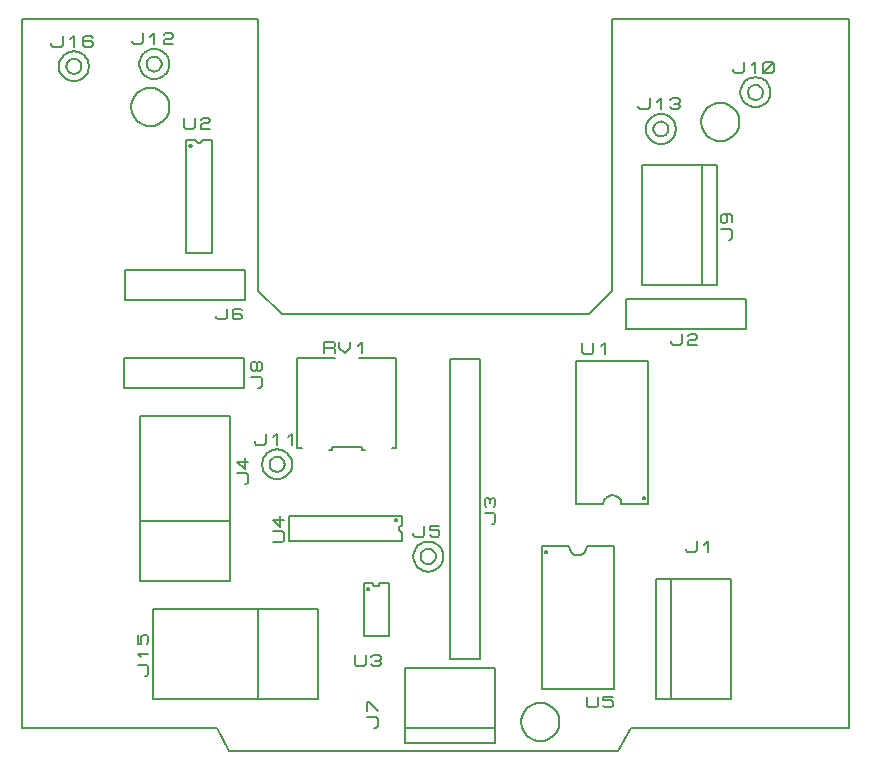
<source format=gbr>
G04 PROTEUS GERBER X2 FILE*
%TF.GenerationSoftware,Labcenter,Proteus,8.12-SP2-Build31155*%
%TF.CreationDate,2024-12-03T23:36:33+00:00*%
%TF.FileFunction,Legend,Top*%
%TF.FilePolarity,Positive*%
%TF.Part,Single*%
%TF.SameCoordinates,{80aaee04-2193-4ab7-8769-78595995fdec}*%
%FSLAX45Y45*%
%MOMM*%
G01*
%TA.AperFunction,Profile*%
%ADD71C,0.203200*%
%TA.AperFunction,Material*%
%ADD25C,0.203200*%
%TD.AperFunction*%
D71*
X+0Y+0D02*
X+1650000Y+0D01*
X+7000000Y+0D02*
X+7000000Y+6000000D01*
X+5000000Y+6000000D01*
X+5000000Y+3700000D01*
X+4800000Y+3500000D01*
X+2200000Y+3500000D01*
X+2000000Y+3700000D02*
X+2000000Y+6000000D01*
X+0Y+6000000D01*
X+0Y+0D01*
X+2000000Y+3700000D02*
X+2200000Y+3500000D01*
X+5160000Y+0D02*
X+7000000Y+0D01*
X+1750000Y-200000D02*
X+5050000Y-200000D01*
X+1650000Y+0D02*
X+1750000Y-200000D01*
X+5160000Y+0D02*
X+5050000Y-200000D01*
X+4550045Y+50000D02*
X+4549508Y+63142D01*
X+4545144Y+89427D01*
X+4536029Y+115712D01*
X+4521182Y+141997D01*
X+4498470Y+168118D01*
X+4472185Y+187898D01*
X+4445900Y+200658D01*
X+4419615Y+208108D01*
X+4393330Y+210987D01*
X+4389000Y+211045D01*
X+4227955Y+50000D02*
X+4228492Y+63142D01*
X+4232856Y+89427D01*
X+4241971Y+115712D01*
X+4256818Y+141997D01*
X+4279530Y+168118D01*
X+4305815Y+187898D01*
X+4332100Y+200658D01*
X+4358385Y+208108D01*
X+4384670Y+210987D01*
X+4389000Y+211045D01*
X+4227955Y+50000D02*
X+4228492Y+36858D01*
X+4232856Y+10573D01*
X+4241971Y-15712D01*
X+4256818Y-41997D01*
X+4279530Y-68118D01*
X+4305815Y-87898D01*
X+4332100Y-100658D01*
X+4358385Y-108108D01*
X+4384670Y-110987D01*
X+4389000Y-111045D01*
X+4550045Y+50000D02*
X+4549508Y+36858D01*
X+4545144Y+10573D01*
X+4536029Y-15712D01*
X+4521182Y-41997D01*
X+4498470Y-68118D01*
X+4472185Y-87898D01*
X+4445900Y-100658D01*
X+4419615Y-108108D01*
X+4393330Y-110987D01*
X+4389000Y-111045D01*
X+6074045Y+5130000D02*
X+6073508Y+5143142D01*
X+6069144Y+5169427D01*
X+6060029Y+5195712D01*
X+6045182Y+5221997D01*
X+6022470Y+5248118D01*
X+5996185Y+5267898D01*
X+5969900Y+5280658D01*
X+5943615Y+5288108D01*
X+5917330Y+5290987D01*
X+5913000Y+5291045D01*
X+5751955Y+5130000D02*
X+5752492Y+5143142D01*
X+5756856Y+5169427D01*
X+5765971Y+5195712D01*
X+5780818Y+5221997D01*
X+5803530Y+5248118D01*
X+5829815Y+5267898D01*
X+5856100Y+5280658D01*
X+5882385Y+5288108D01*
X+5908670Y+5290987D01*
X+5913000Y+5291045D01*
X+5751955Y+5130000D02*
X+5752492Y+5116858D01*
X+5756856Y+5090573D01*
X+5765971Y+5064288D01*
X+5780818Y+5038003D01*
X+5803530Y+5011882D01*
X+5829815Y+4992102D01*
X+5856100Y+4979342D01*
X+5882385Y+4971892D01*
X+5908670Y+4969013D01*
X+5913000Y+4968955D01*
X+6074045Y+5130000D02*
X+6073508Y+5116858D01*
X+6069144Y+5090573D01*
X+6060029Y+5064288D01*
X+6045182Y+5038003D01*
X+6022470Y+5011882D01*
X+5996185Y+4992102D01*
X+5969900Y+4979342D01*
X+5943615Y+4971892D01*
X+5917330Y+4969013D01*
X+5913000Y+4968955D01*
X+1248045Y+5257000D02*
X+1247508Y+5270142D01*
X+1243144Y+5296427D01*
X+1234029Y+5322712D01*
X+1219182Y+5348997D01*
X+1196470Y+5375118D01*
X+1170185Y+5394898D01*
X+1143900Y+5407658D01*
X+1117615Y+5415108D01*
X+1091330Y+5417987D01*
X+1087000Y+5418045D01*
X+925955Y+5257000D02*
X+926492Y+5270142D01*
X+930856Y+5296427D01*
X+939971Y+5322712D01*
X+954818Y+5348997D01*
X+977530Y+5375118D01*
X+1003815Y+5394898D01*
X+1030100Y+5407658D01*
X+1056385Y+5415108D01*
X+1082670Y+5417987D01*
X+1087000Y+5418045D01*
X+925955Y+5257000D02*
X+926492Y+5243858D01*
X+930856Y+5217573D01*
X+939971Y+5191288D01*
X+954818Y+5165003D01*
X+977530Y+5138882D01*
X+1003815Y+5119102D01*
X+1030100Y+5106342D01*
X+1056385Y+5098892D01*
X+1082670Y+5096013D01*
X+1087000Y+5095955D01*
X+1248045Y+5257000D02*
X+1247508Y+5243858D01*
X+1243144Y+5217573D01*
X+1234029Y+5191288D01*
X+1219182Y+5165003D01*
X+1196470Y+5138882D01*
X+1170185Y+5119102D01*
X+1143900Y+5106342D01*
X+1117615Y+5098892D01*
X+1091330Y+5096013D01*
X+1087000Y+5095955D01*
D25*
X+5115000Y+3373000D02*
X+6131000Y+3373000D01*
X+6131000Y+3627000D01*
X+5115000Y+3627000D01*
X+5115000Y+3373000D01*
X+5496000Y+3271400D02*
X+5496000Y+3256160D01*
X+5511875Y+3240920D01*
X+5575375Y+3240920D01*
X+5591250Y+3256160D01*
X+5591250Y+3332360D01*
X+5638875Y+3317120D02*
X+5654750Y+3332360D01*
X+5702375Y+3332360D01*
X+5718250Y+3317120D01*
X+5718250Y+3301880D01*
X+5702375Y+3286640D01*
X+5654750Y+3286640D01*
X+5638875Y+3271400D01*
X+5638875Y+3240920D01*
X+5718250Y+3240920D01*
X+3623000Y+583000D02*
X+3877000Y+583000D01*
X+3877000Y+3123000D01*
X+3623000Y+3123000D01*
X+3623000Y+583000D01*
X+3978600Y+1726000D02*
X+3993840Y+1726000D01*
X+4009080Y+1741875D01*
X+4009080Y+1805375D01*
X+3993840Y+1821250D01*
X+3917640Y+1821250D01*
X+3932880Y+1868875D02*
X+3917640Y+1884750D01*
X+3917640Y+1932375D01*
X+3932880Y+1948250D01*
X+3948120Y+1948250D01*
X+3963360Y+1932375D01*
X+3978600Y+1948250D01*
X+3993840Y+1948250D01*
X+4009080Y+1932375D01*
X+4009080Y+1884750D01*
X+3993840Y+1868875D01*
X+3963360Y+1900625D02*
X+3963360Y+1932375D01*
X+996000Y+1246000D02*
X+1758000Y+1246000D01*
X+1758000Y+2643000D01*
X+996000Y+2643000D01*
X+996000Y+1246000D01*
X+996000Y+1754000D02*
X+1758000Y+1754000D01*
X+1885880Y+2060000D02*
X+1901120Y+2060000D01*
X+1916360Y+2075875D01*
X+1916360Y+2139375D01*
X+1901120Y+2155250D01*
X+1824920Y+2155250D01*
X+1885880Y+2282250D02*
X+1885880Y+2187000D01*
X+1824920Y+2250500D01*
X+1916360Y+2250500D01*
X+869000Y+3623000D02*
X+1885000Y+3623000D01*
X+1885000Y+3877000D01*
X+869000Y+3877000D01*
X+869000Y+3623000D01*
X+1640000Y+3488120D02*
X+1640000Y+3472880D01*
X+1655875Y+3457640D01*
X+1719375Y+3457640D01*
X+1735250Y+3472880D01*
X+1735250Y+3549080D01*
X+1862250Y+3533840D02*
X+1846375Y+3549080D01*
X+1798750Y+3549080D01*
X+1782875Y+3533840D01*
X+1782875Y+3472880D01*
X+1798750Y+3457640D01*
X+1846375Y+3457640D01*
X+1862250Y+3472880D01*
X+1862250Y+3488120D01*
X+1846375Y+3503360D01*
X+1782875Y+3503360D01*
X+861000Y+2873000D02*
X+1877000Y+2873000D01*
X+1877000Y+3127000D01*
X+861000Y+3127000D01*
X+861000Y+2873000D01*
X+2002198Y+2878402D02*
X+2017438Y+2878402D01*
X+2032678Y+2894277D01*
X+2032678Y+2957777D01*
X+2017438Y+2973652D01*
X+1941238Y+2973652D01*
X+1986958Y+3037152D02*
X+1971718Y+3021277D01*
X+1956478Y+3021277D01*
X+1941238Y+3037152D01*
X+1941238Y+3084777D01*
X+1956478Y+3100652D01*
X+1971718Y+3100652D01*
X+1986958Y+3084777D01*
X+1986958Y+3037152D01*
X+2002198Y+3021277D01*
X+2017438Y+3021277D01*
X+2032678Y+3037152D01*
X+2032678Y+3084777D01*
X+2017438Y+3100652D01*
X+2002198Y+3100652D01*
X+1986958Y+3084777D01*
X+5246000Y+3746000D02*
X+5881000Y+3746000D01*
X+5881000Y+4762000D01*
X+5246000Y+4762000D01*
X+5246000Y+3746000D01*
X+5754000Y+4762000D02*
X+5754000Y+3746000D01*
X+5982600Y+4127000D02*
X+5997840Y+4127000D01*
X+6013080Y+4142875D01*
X+6013080Y+4206375D01*
X+5997840Y+4222250D01*
X+5921640Y+4222250D01*
X+5952120Y+4349250D02*
X+5967360Y+4333375D01*
X+5967360Y+4285750D01*
X+5952120Y+4269875D01*
X+5936880Y+4269875D01*
X+5921640Y+4285750D01*
X+5921640Y+4333375D01*
X+5936880Y+4349250D01*
X+5997840Y+4349250D01*
X+6013080Y+4333375D01*
X+6013080Y+4285750D01*
X+3242000Y-131000D02*
X+4004000Y-131000D01*
X+4004000Y+504000D01*
X+3242000Y+504000D01*
X+3242000Y-131000D01*
X+4004000Y-4000D02*
X+3242000Y-4000D01*
X+2982600Y-4000D02*
X+2997840Y-4000D01*
X+3013080Y+11875D01*
X+3013080Y+75375D01*
X+2997840Y+91250D01*
X+2921640Y+91250D01*
X+2921640Y+138875D02*
X+2921640Y+218250D01*
X+2936880Y+218250D01*
X+3013080Y+138875D01*
X+1111000Y+246000D02*
X+2508000Y+246000D01*
X+2508000Y+1008000D01*
X+1111000Y+1008000D01*
X+1111000Y+246000D01*
X+2000000Y+246000D02*
X+2000000Y+1008000D01*
X+1039880Y+436500D02*
X+1055120Y+436500D01*
X+1070360Y+452375D01*
X+1070360Y+515875D01*
X+1055120Y+531750D01*
X+978920Y+531750D01*
X+1009400Y+595250D02*
X+978920Y+627000D01*
X+1070360Y+627000D01*
X+978920Y+785750D02*
X+978920Y+706375D01*
X+1009400Y+706375D01*
X+1009400Y+769875D01*
X+1024640Y+785750D01*
X+1055120Y+785750D01*
X+1070360Y+769875D01*
X+1070360Y+722250D01*
X+1055120Y+706375D01*
X+5304800Y+1895480D02*
X+5076200Y+1895480D01*
X+5070321Y+1925469D01*
X+5054173Y+1949654D01*
X+5029989Y+1965801D01*
X+5000000Y+1971680D01*
X+4923800Y+1895480D02*
X+4929679Y+1925469D01*
X+4945827Y+1949654D01*
X+4970011Y+1965801D01*
X+5000000Y+1971680D01*
X+4923800Y+1895480D02*
X+4695200Y+1895480D01*
X+5228600Y+3104520D02*
X+4771400Y+3104520D01*
X+5304800Y+1928500D02*
X+5304800Y+3071500D01*
X+4695200Y+1928500D02*
X+4695200Y+3071500D01*
X+5304800Y+1928500D02*
X+5304800Y+1895480D01*
X+4695200Y+1895480D02*
X+4695200Y+1928500D01*
X+4771400Y+3104520D02*
X+4695200Y+3104520D01*
X+4695200Y+3071500D01*
X+5304800Y+3071500D02*
X+5304800Y+3104520D01*
X+5228600Y+3104520D01*
X+5279400Y+1944756D02*
X+5279365Y+1945601D01*
X+5279078Y+1947292D01*
X+5278479Y+1948983D01*
X+5277499Y+1950674D01*
X+5275999Y+1952342D01*
X+5274308Y+1953562D01*
X+5272617Y+1954338D01*
X+5270926Y+1954775D01*
X+5269240Y+1954916D01*
X+5259080Y+1944756D02*
X+5259115Y+1945601D01*
X+5259402Y+1947292D01*
X+5260001Y+1948983D01*
X+5260981Y+1950674D01*
X+5262481Y+1952342D01*
X+5264172Y+1953562D01*
X+5265863Y+1954338D01*
X+5267554Y+1954775D01*
X+5269240Y+1954916D01*
X+5259080Y+1944756D02*
X+5259115Y+1943911D01*
X+5259402Y+1942220D01*
X+5260001Y+1940529D01*
X+5260981Y+1938838D01*
X+5262481Y+1937170D01*
X+5264172Y+1935950D01*
X+5265863Y+1935174D01*
X+5267554Y+1934737D01*
X+5269240Y+1934596D01*
X+5279400Y+1944756D02*
X+5279365Y+1943911D01*
X+5279078Y+1942220D01*
X+5278479Y+1940529D01*
X+5277499Y+1938838D01*
X+5275999Y+1937170D01*
X+5274308Y+1935950D01*
X+5272617Y+1935174D01*
X+5270926Y+1934737D01*
X+5269240Y+1934596D01*
X+4743000Y+3259420D02*
X+4743000Y+3183220D01*
X+4758875Y+3167980D01*
X+4822375Y+3167980D01*
X+4838250Y+3183220D01*
X+4838250Y+3259420D01*
X+4901750Y+3228940D02*
X+4933500Y+3259420D01*
X+4933500Y+3167980D01*
X+1392050Y+4977520D02*
X+1473012Y+4977520D01*
X+1475094Y+4966899D01*
X+1480814Y+4958333D01*
X+1489379Y+4952614D01*
X+1500000Y+4950532D01*
X+1526988Y+4977520D02*
X+1524906Y+4966899D01*
X+1519186Y+4958333D01*
X+1510621Y+4952614D01*
X+1500000Y+4950532D01*
X+1526988Y+4977520D02*
X+1607950Y+4977520D01*
X+1468250Y+4022480D02*
X+1531750Y+4022480D01*
X+1392050Y+4944500D02*
X+1392050Y+4055500D01*
X+1607950Y+4944500D02*
X+1607950Y+4055500D01*
X+1392050Y+4944500D02*
X+1392050Y+4977520D01*
X+1607950Y+4977520D02*
X+1607950Y+4944500D01*
X+1531750Y+4022480D02*
X+1607950Y+4022480D01*
X+1607950Y+4055500D01*
X+1392050Y+4055500D02*
X+1392050Y+4022480D01*
X+1468250Y+4022480D01*
X+1437770Y+4928244D02*
X+1437735Y+4929089D01*
X+1437448Y+4930780D01*
X+1436849Y+4932471D01*
X+1435869Y+4934162D01*
X+1434369Y+4935830D01*
X+1432678Y+4937050D01*
X+1430987Y+4937826D01*
X+1429296Y+4938263D01*
X+1427610Y+4938404D01*
X+1417450Y+4928244D02*
X+1417485Y+4929089D01*
X+1417772Y+4930780D01*
X+1418371Y+4932471D01*
X+1419351Y+4934162D01*
X+1420851Y+4935830D01*
X+1422542Y+4937050D01*
X+1424233Y+4937826D01*
X+1425924Y+4938263D01*
X+1427610Y+4938404D01*
X+1417450Y+4928244D02*
X+1417485Y+4927399D01*
X+1417772Y+4925708D01*
X+1418371Y+4924017D01*
X+1419351Y+4922326D01*
X+1420851Y+4920658D01*
X+1422542Y+4919438D01*
X+1424233Y+4918662D01*
X+1425924Y+4918225D01*
X+1427610Y+4918084D01*
X+1437770Y+4928244D02*
X+1437735Y+4927399D01*
X+1437448Y+4925708D01*
X+1436849Y+4924017D01*
X+1435869Y+4922326D01*
X+1434369Y+4920658D01*
X+1432678Y+4919438D01*
X+1430987Y+4918662D01*
X+1429296Y+4918225D01*
X+1427610Y+4918084D01*
X+1373000Y+5165020D02*
X+1373000Y+5088820D01*
X+1388875Y+5073580D01*
X+1452375Y+5073580D01*
X+1468250Y+5088820D01*
X+1468250Y+5165020D01*
X+1515875Y+5149780D02*
X+1531750Y+5165020D01*
X+1579375Y+5165020D01*
X+1595250Y+5149780D01*
X+1595250Y+5134540D01*
X+1579375Y+5119300D01*
X+1531750Y+5119300D01*
X+1515875Y+5104060D01*
X+1515875Y+5073580D01*
X+1595250Y+5073580D01*
X+2892050Y+1223520D02*
X+2973012Y+1223520D01*
X+2975094Y+1212899D01*
X+2980814Y+1204333D01*
X+2989379Y+1198614D01*
X+3000000Y+1196532D01*
X+3026988Y+1223520D02*
X+3024906Y+1212899D01*
X+3019186Y+1204333D01*
X+3010621Y+1198614D01*
X+3000000Y+1196532D01*
X+3026988Y+1223520D02*
X+3107950Y+1223520D01*
X+2968250Y+776480D02*
X+3031750Y+776480D01*
X+2892050Y+1190500D02*
X+2892050Y+809500D01*
X+3107950Y+1190500D02*
X+3107950Y+809500D01*
X+2892050Y+1190500D02*
X+2892050Y+1223520D01*
X+3107950Y+1223520D02*
X+3107950Y+1190500D01*
X+3031750Y+776480D02*
X+3107950Y+776480D01*
X+3107950Y+809500D01*
X+2892050Y+809500D02*
X+2892050Y+776480D01*
X+2968250Y+776480D01*
X+2937770Y+1174244D02*
X+2937735Y+1175089D01*
X+2937448Y+1176780D01*
X+2936849Y+1178471D01*
X+2935869Y+1180162D01*
X+2934369Y+1181830D01*
X+2932678Y+1183050D01*
X+2930987Y+1183826D01*
X+2929296Y+1184263D01*
X+2927610Y+1184404D01*
X+2917450Y+1174244D02*
X+2917485Y+1175089D01*
X+2917772Y+1176780D01*
X+2918371Y+1178471D01*
X+2919351Y+1180162D01*
X+2920851Y+1181830D01*
X+2922542Y+1183050D01*
X+2924233Y+1183826D01*
X+2925924Y+1184263D01*
X+2927610Y+1184404D01*
X+2917450Y+1174244D02*
X+2917485Y+1173399D01*
X+2917772Y+1171708D01*
X+2918371Y+1170017D01*
X+2919351Y+1168326D01*
X+2920851Y+1166658D01*
X+2922542Y+1165438D01*
X+2924233Y+1164662D01*
X+2925924Y+1164225D01*
X+2927610Y+1164084D01*
X+2937770Y+1174244D02*
X+2937735Y+1173399D01*
X+2937448Y+1171708D01*
X+2936849Y+1170017D01*
X+2935869Y+1168326D01*
X+2934369Y+1166658D01*
X+2932678Y+1165438D01*
X+2930987Y+1164662D01*
X+2929296Y+1164225D01*
X+2927610Y+1164084D01*
X+2815850Y+614870D02*
X+2815850Y+538670D01*
X+2831725Y+523430D01*
X+2895225Y+523430D01*
X+2911100Y+538670D01*
X+2911100Y+614870D01*
X+2958725Y+599630D02*
X+2974600Y+614870D01*
X+3022225Y+614870D01*
X+3038100Y+599630D01*
X+3038100Y+584390D01*
X+3022225Y+569150D01*
X+3038100Y+553910D01*
X+3038100Y+538670D01*
X+3022225Y+523430D01*
X+2974600Y+523430D01*
X+2958725Y+538670D01*
X+2990475Y+569150D02*
X+3022225Y+569150D01*
X+3217170Y+1794450D02*
X+3217170Y+1713488D01*
X+3206549Y+1711406D01*
X+3197983Y+1705686D01*
X+3192264Y+1697121D01*
X+3190182Y+1686500D01*
X+3217170Y+1659512D02*
X+3206549Y+1661594D01*
X+3197983Y+1667314D01*
X+3192264Y+1675879D01*
X+3190182Y+1686500D01*
X+3217170Y+1659512D02*
X+3217170Y+1578550D01*
X+2262130Y+1718250D02*
X+2262130Y+1654750D01*
X+3184150Y+1794450D02*
X+2295150Y+1794450D01*
X+3184150Y+1578550D02*
X+2295150Y+1578550D01*
X+3184150Y+1794450D02*
X+3217170Y+1794450D01*
X+3217170Y+1578550D02*
X+3184150Y+1578550D01*
X+2262130Y+1654750D02*
X+2262130Y+1578550D01*
X+2295150Y+1578550D01*
X+2295150Y+1794450D02*
X+2262130Y+1794450D01*
X+2262130Y+1718250D01*
X+3178054Y+1758890D02*
X+3178019Y+1759735D01*
X+3177732Y+1761426D01*
X+3177133Y+1763117D01*
X+3176153Y+1764808D01*
X+3174653Y+1766476D01*
X+3172962Y+1767696D01*
X+3171271Y+1768472D01*
X+3169580Y+1768909D01*
X+3167894Y+1769050D01*
X+3157734Y+1758890D02*
X+3157769Y+1759735D01*
X+3158056Y+1761426D01*
X+3158655Y+1763117D01*
X+3159635Y+1764808D01*
X+3161135Y+1766476D01*
X+3162826Y+1767696D01*
X+3164517Y+1768472D01*
X+3166208Y+1768909D01*
X+3167894Y+1769050D01*
X+3157734Y+1758890D02*
X+3157769Y+1758045D01*
X+3158056Y+1756354D01*
X+3158655Y+1754663D01*
X+3159635Y+1752972D01*
X+3161135Y+1751304D01*
X+3162826Y+1750084D01*
X+3164517Y+1749308D01*
X+3166208Y+1748871D01*
X+3167894Y+1748730D01*
X+3178054Y+1758890D02*
X+3178019Y+1758045D01*
X+3177732Y+1756354D01*
X+3177133Y+1754663D01*
X+3176153Y+1752972D01*
X+3174653Y+1751304D01*
X+3172962Y+1750084D01*
X+3171271Y+1749308D01*
X+3169580Y+1748871D01*
X+3167894Y+1748730D01*
X+2123230Y+1569500D02*
X+2199430Y+1569500D01*
X+2214670Y+1585375D01*
X+2214670Y+1648875D01*
X+2199430Y+1664750D01*
X+2123230Y+1664750D01*
X+2184190Y+1791750D02*
X+2184190Y+1696500D01*
X+2123230Y+1760000D01*
X+2214670Y+1760000D01*
X+4402400Y+1537020D02*
X+4631000Y+1537020D01*
X+4636879Y+1507031D01*
X+4653027Y+1482846D01*
X+4677211Y+1466699D01*
X+4707200Y+1460820D01*
X+4783400Y+1537020D02*
X+4777521Y+1507031D01*
X+4761373Y+1482846D01*
X+4737189Y+1466699D01*
X+4707200Y+1460820D01*
X+4783400Y+1537020D02*
X+5012000Y+1537020D01*
X+4478600Y+327980D02*
X+4935800Y+327980D01*
X+4402400Y+1504000D02*
X+4402400Y+361000D01*
X+5012000Y+1504000D02*
X+5012000Y+361000D01*
X+4402400Y+1504000D02*
X+4402400Y+1537020D01*
X+5012000Y+1537020D02*
X+5012000Y+1504000D01*
X+4935800Y+327980D02*
X+5012000Y+327980D01*
X+5012000Y+361000D01*
X+4402400Y+361000D02*
X+4402400Y+327980D01*
X+4478600Y+327980D01*
X+4448120Y+1487744D02*
X+4448085Y+1488589D01*
X+4447798Y+1490280D01*
X+4447199Y+1491971D01*
X+4446219Y+1493662D01*
X+4444719Y+1495330D01*
X+4443028Y+1496550D01*
X+4441337Y+1497326D01*
X+4439646Y+1497763D01*
X+4437960Y+1497904D01*
X+4427800Y+1487744D02*
X+4427835Y+1488589D01*
X+4428122Y+1490280D01*
X+4428721Y+1491971D01*
X+4429701Y+1493662D01*
X+4431201Y+1495330D01*
X+4432892Y+1496550D01*
X+4434583Y+1497326D01*
X+4436274Y+1497763D01*
X+4437960Y+1497904D01*
X+4427800Y+1487744D02*
X+4427835Y+1486899D01*
X+4428122Y+1485208D01*
X+4428721Y+1483517D01*
X+4429701Y+1481826D01*
X+4431201Y+1480158D01*
X+4432892Y+1478938D01*
X+4434583Y+1478162D01*
X+4436274Y+1477725D01*
X+4437960Y+1477584D01*
X+4448120Y+1487744D02*
X+4448085Y+1486899D01*
X+4447798Y+1485208D01*
X+4447199Y+1483517D01*
X+4446219Y+1481826D01*
X+4444719Y+1480158D01*
X+4443028Y+1478938D01*
X+4441337Y+1478162D01*
X+4439646Y+1477725D01*
X+4437960Y+1477584D01*
X+4780200Y+264520D02*
X+4780200Y+188320D01*
X+4796075Y+173080D01*
X+4859575Y+173080D01*
X+4875450Y+188320D01*
X+4875450Y+264520D01*
X+5002450Y+264520D02*
X+4923075Y+264520D01*
X+4923075Y+234040D01*
X+4986575Y+234040D01*
X+5002450Y+218800D01*
X+5002450Y+188320D01*
X+4986575Y+173080D01*
X+4938950Y+173080D01*
X+4923075Y+188320D01*
X+5369000Y+246000D02*
X+6004000Y+246000D01*
X+6004000Y+1262000D01*
X+5369000Y+1262000D01*
X+5369000Y+246000D01*
X+5496000Y+246000D02*
X+5496000Y+1262000D01*
X+5619000Y+1517400D02*
X+5619000Y+1502160D01*
X+5634875Y+1486920D01*
X+5698375Y+1486920D01*
X+5714250Y+1502160D01*
X+5714250Y+1578360D01*
X+5777750Y+1547880D02*
X+5809500Y+1578360D01*
X+5809500Y+1486920D01*
X+2369000Y+2369000D02*
X+2330900Y+2369000D01*
X+2330900Y+3131000D01*
X+2648400Y+3131000D01*
X+2851600Y+3131000D02*
X+3169100Y+3131000D01*
X+3169100Y+2369000D01*
X+3131000Y+2369000D01*
X+2597600Y+2356300D02*
X+2623000Y+2356300D01*
X+2623000Y+2381700D01*
X+2877000Y+2381700D01*
X+2877000Y+2356300D01*
X+2902400Y+2356300D01*
X+2559500Y+3171640D02*
X+2559500Y+3263080D01*
X+2638875Y+3263080D01*
X+2654750Y+3247840D01*
X+2654750Y+3232600D01*
X+2638875Y+3217360D01*
X+2559500Y+3217360D01*
X+2638875Y+3217360D02*
X+2654750Y+3202120D01*
X+2654750Y+3171640D01*
X+2686500Y+3263080D02*
X+2686500Y+3217360D01*
X+2734125Y+3171640D01*
X+2781750Y+3217360D01*
X+2781750Y+3263080D01*
X+2845250Y+3232600D02*
X+2877000Y+3263080D01*
X+2877000Y+3171640D01*
X+3567000Y+1450000D02*
X+3566573Y+1460409D01*
X+3563101Y+1481228D01*
X+3555845Y+1502047D01*
X+3544017Y+1522866D01*
X+3525920Y+1543524D01*
X+3505101Y+1559045D01*
X+3484282Y+1569030D01*
X+3463463Y+1574814D01*
X+3442644Y+1576972D01*
X+3440000Y+1577000D01*
X+3313000Y+1450000D02*
X+3313427Y+1460409D01*
X+3316899Y+1481228D01*
X+3324155Y+1502047D01*
X+3335983Y+1522866D01*
X+3354080Y+1543524D01*
X+3374899Y+1559045D01*
X+3395718Y+1569030D01*
X+3416537Y+1574814D01*
X+3437356Y+1576972D01*
X+3440000Y+1577000D01*
X+3313000Y+1450000D02*
X+3313427Y+1439591D01*
X+3316899Y+1418772D01*
X+3324155Y+1397953D01*
X+3335983Y+1377134D01*
X+3354080Y+1356476D01*
X+3374899Y+1340955D01*
X+3395718Y+1330970D01*
X+3416537Y+1325186D01*
X+3437356Y+1323028D01*
X+3440000Y+1323000D01*
X+3567000Y+1450000D02*
X+3566573Y+1439591D01*
X+3563101Y+1418772D01*
X+3555845Y+1397953D01*
X+3544017Y+1377134D01*
X+3525920Y+1356476D01*
X+3505101Y+1340955D01*
X+3484282Y+1330970D01*
X+3463463Y+1325186D01*
X+3442644Y+1323028D01*
X+3440000Y+1323000D01*
X+3503500Y+1450000D02*
X+3503283Y+1455247D01*
X+3501518Y+1465742D01*
X+3497826Y+1476237D01*
X+3491798Y+1486732D01*
X+3482576Y+1497112D01*
X+3472081Y+1504800D01*
X+3461586Y+1509718D01*
X+3451091Y+1512524D01*
X+3440596Y+1513497D01*
X+3440000Y+1513500D01*
X+3376500Y+1450000D02*
X+3376717Y+1455247D01*
X+3378482Y+1465742D01*
X+3382174Y+1476237D01*
X+3388202Y+1486732D01*
X+3397424Y+1497112D01*
X+3407919Y+1504800D01*
X+3418414Y+1509718D01*
X+3428909Y+1512524D01*
X+3439404Y+1513497D01*
X+3440000Y+1513500D01*
X+3376500Y+1450000D02*
X+3376717Y+1444753D01*
X+3378482Y+1434258D01*
X+3382174Y+1423763D01*
X+3388202Y+1413268D01*
X+3397424Y+1402888D01*
X+3407919Y+1395200D01*
X+3418414Y+1390282D01*
X+3428909Y+1387476D01*
X+3439404Y+1386503D01*
X+3440000Y+1386500D01*
X+3503500Y+1450000D02*
X+3503283Y+1444753D01*
X+3501518Y+1434258D01*
X+3497826Y+1423763D01*
X+3491798Y+1413268D01*
X+3482576Y+1402888D01*
X+3472081Y+1395200D01*
X+3461586Y+1390282D01*
X+3451091Y+1387476D01*
X+3440596Y+1386503D01*
X+3440000Y+1386500D01*
X+3313000Y+1648120D02*
X+3313000Y+1632880D01*
X+3328875Y+1617640D01*
X+3392375Y+1617640D01*
X+3408250Y+1632880D01*
X+3408250Y+1709080D01*
X+3535250Y+1709080D02*
X+3455875Y+1709080D01*
X+3455875Y+1678600D01*
X+3519375Y+1678600D01*
X+3535250Y+1663360D01*
X+3535250Y+1632880D01*
X+3519375Y+1617640D01*
X+3471750Y+1617640D01*
X+3455875Y+1632880D01*
X+2287000Y+2230000D02*
X+2286573Y+2240409D01*
X+2283101Y+2261228D01*
X+2275845Y+2282047D01*
X+2264017Y+2302866D01*
X+2245920Y+2323524D01*
X+2225101Y+2339045D01*
X+2204282Y+2349030D01*
X+2183463Y+2354814D01*
X+2162644Y+2356972D01*
X+2160000Y+2357000D01*
X+2033000Y+2230000D02*
X+2033427Y+2240409D01*
X+2036899Y+2261228D01*
X+2044155Y+2282047D01*
X+2055983Y+2302866D01*
X+2074080Y+2323524D01*
X+2094899Y+2339045D01*
X+2115718Y+2349030D01*
X+2136537Y+2354814D01*
X+2157356Y+2356972D01*
X+2160000Y+2357000D01*
X+2033000Y+2230000D02*
X+2033427Y+2219591D01*
X+2036899Y+2198772D01*
X+2044155Y+2177953D01*
X+2055983Y+2157134D01*
X+2074080Y+2136476D01*
X+2094899Y+2120955D01*
X+2115718Y+2110970D01*
X+2136537Y+2105186D01*
X+2157356Y+2103028D01*
X+2160000Y+2103000D01*
X+2287000Y+2230000D02*
X+2286573Y+2219591D01*
X+2283101Y+2198772D01*
X+2275845Y+2177953D01*
X+2264017Y+2157134D01*
X+2245920Y+2136476D01*
X+2225101Y+2120955D01*
X+2204282Y+2110970D01*
X+2183463Y+2105186D01*
X+2162644Y+2103028D01*
X+2160000Y+2103000D01*
X+2223500Y+2230000D02*
X+2223283Y+2235247D01*
X+2221518Y+2245742D01*
X+2217826Y+2256237D01*
X+2211798Y+2266732D01*
X+2202576Y+2277112D01*
X+2192081Y+2284800D01*
X+2181586Y+2289718D01*
X+2171091Y+2292524D01*
X+2160596Y+2293497D01*
X+2160000Y+2293500D01*
X+2096500Y+2230000D02*
X+2096717Y+2235247D01*
X+2098482Y+2245742D01*
X+2102174Y+2256237D01*
X+2108202Y+2266732D01*
X+2117424Y+2277112D01*
X+2127919Y+2284800D01*
X+2138414Y+2289718D01*
X+2148909Y+2292524D01*
X+2159404Y+2293497D01*
X+2160000Y+2293500D01*
X+2096500Y+2230000D02*
X+2096717Y+2224753D01*
X+2098482Y+2214258D01*
X+2102174Y+2203763D01*
X+2108202Y+2193268D01*
X+2117424Y+2182888D01*
X+2127919Y+2175200D01*
X+2138414Y+2170282D01*
X+2148909Y+2167476D01*
X+2159404Y+2166503D01*
X+2160000Y+2166500D01*
X+2223500Y+2230000D02*
X+2223283Y+2224753D01*
X+2221518Y+2214258D01*
X+2217826Y+2203763D01*
X+2211798Y+2193268D01*
X+2202576Y+2182888D01*
X+2192081Y+2175200D01*
X+2181586Y+2170282D01*
X+2171091Y+2167476D01*
X+2160596Y+2166503D01*
X+2160000Y+2166500D01*
X+1969500Y+2428120D02*
X+1969500Y+2412880D01*
X+1985375Y+2397640D01*
X+2048875Y+2397640D01*
X+2064750Y+2412880D01*
X+2064750Y+2489080D01*
X+2128250Y+2458600D02*
X+2160000Y+2489080D01*
X+2160000Y+2397640D01*
X+2255250Y+2458600D02*
X+2287000Y+2489080D01*
X+2287000Y+2397640D01*
X+5537000Y+5070000D02*
X+5536573Y+5080409D01*
X+5533101Y+5101228D01*
X+5525845Y+5122047D01*
X+5514017Y+5142866D01*
X+5495920Y+5163524D01*
X+5475101Y+5179045D01*
X+5454282Y+5189030D01*
X+5433463Y+5194814D01*
X+5412644Y+5196972D01*
X+5410000Y+5197000D01*
X+5283000Y+5070000D02*
X+5283427Y+5080409D01*
X+5286899Y+5101228D01*
X+5294155Y+5122047D01*
X+5305983Y+5142866D01*
X+5324080Y+5163524D01*
X+5344899Y+5179045D01*
X+5365718Y+5189030D01*
X+5386537Y+5194814D01*
X+5407356Y+5196972D01*
X+5410000Y+5197000D01*
X+5283000Y+5070000D02*
X+5283427Y+5059591D01*
X+5286899Y+5038772D01*
X+5294155Y+5017953D01*
X+5305983Y+4997134D01*
X+5324080Y+4976476D01*
X+5344899Y+4960955D01*
X+5365718Y+4950970D01*
X+5386537Y+4945186D01*
X+5407356Y+4943028D01*
X+5410000Y+4943000D01*
X+5537000Y+5070000D02*
X+5536573Y+5059591D01*
X+5533101Y+5038772D01*
X+5525845Y+5017953D01*
X+5514017Y+4997134D01*
X+5495920Y+4976476D01*
X+5475101Y+4960955D01*
X+5454282Y+4950970D01*
X+5433463Y+4945186D01*
X+5412644Y+4943028D01*
X+5410000Y+4943000D01*
X+5473500Y+5070000D02*
X+5473283Y+5075247D01*
X+5471518Y+5085742D01*
X+5467826Y+5096237D01*
X+5461798Y+5106732D01*
X+5452576Y+5117112D01*
X+5442081Y+5124800D01*
X+5431586Y+5129718D01*
X+5421091Y+5132524D01*
X+5410596Y+5133497D01*
X+5410000Y+5133500D01*
X+5346500Y+5070000D02*
X+5346717Y+5075247D01*
X+5348482Y+5085742D01*
X+5352174Y+5096237D01*
X+5358202Y+5106732D01*
X+5367424Y+5117112D01*
X+5377919Y+5124800D01*
X+5388414Y+5129718D01*
X+5398909Y+5132524D01*
X+5409404Y+5133497D01*
X+5410000Y+5133500D01*
X+5346500Y+5070000D02*
X+5346717Y+5064753D01*
X+5348482Y+5054258D01*
X+5352174Y+5043763D01*
X+5358202Y+5033268D01*
X+5367424Y+5022888D01*
X+5377919Y+5015200D01*
X+5388414Y+5010282D01*
X+5398909Y+5007476D01*
X+5409404Y+5006503D01*
X+5410000Y+5006500D01*
X+5473500Y+5070000D02*
X+5473283Y+5064753D01*
X+5471518Y+5054258D01*
X+5467826Y+5043763D01*
X+5461798Y+5033268D01*
X+5452576Y+5022888D01*
X+5442081Y+5015200D01*
X+5431586Y+5010282D01*
X+5421091Y+5007476D01*
X+5410596Y+5006503D01*
X+5410000Y+5006500D01*
X+5219500Y+5268120D02*
X+5219500Y+5252880D01*
X+5235375Y+5237640D01*
X+5298875Y+5237640D01*
X+5314750Y+5252880D01*
X+5314750Y+5329080D01*
X+5378250Y+5298600D02*
X+5410000Y+5329080D01*
X+5410000Y+5237640D01*
X+5489375Y+5313840D02*
X+5505250Y+5329080D01*
X+5552875Y+5329080D01*
X+5568750Y+5313840D01*
X+5568750Y+5298600D01*
X+5552875Y+5283360D01*
X+5568750Y+5268120D01*
X+5568750Y+5252880D01*
X+5552875Y+5237640D01*
X+5505250Y+5237640D01*
X+5489375Y+5252880D01*
X+5521125Y+5283360D02*
X+5552875Y+5283360D01*
X+6337000Y+5380000D02*
X+6336573Y+5390409D01*
X+6333101Y+5411228D01*
X+6325845Y+5432047D01*
X+6314017Y+5452866D01*
X+6295920Y+5473524D01*
X+6275101Y+5489045D01*
X+6254282Y+5499030D01*
X+6233463Y+5504814D01*
X+6212644Y+5506972D01*
X+6210000Y+5507000D01*
X+6083000Y+5380000D02*
X+6083427Y+5390409D01*
X+6086899Y+5411228D01*
X+6094155Y+5432047D01*
X+6105983Y+5452866D01*
X+6124080Y+5473524D01*
X+6144899Y+5489045D01*
X+6165718Y+5499030D01*
X+6186537Y+5504814D01*
X+6207356Y+5506972D01*
X+6210000Y+5507000D01*
X+6083000Y+5380000D02*
X+6083427Y+5369591D01*
X+6086899Y+5348772D01*
X+6094155Y+5327953D01*
X+6105983Y+5307134D01*
X+6124080Y+5286476D01*
X+6144899Y+5270955D01*
X+6165718Y+5260970D01*
X+6186537Y+5255186D01*
X+6207356Y+5253028D01*
X+6210000Y+5253000D01*
X+6337000Y+5380000D02*
X+6336573Y+5369591D01*
X+6333101Y+5348772D01*
X+6325845Y+5327953D01*
X+6314017Y+5307134D01*
X+6295920Y+5286476D01*
X+6275101Y+5270955D01*
X+6254282Y+5260970D01*
X+6233463Y+5255186D01*
X+6212644Y+5253028D01*
X+6210000Y+5253000D01*
X+6273500Y+5380000D02*
X+6273283Y+5385247D01*
X+6271518Y+5395742D01*
X+6267826Y+5406237D01*
X+6261798Y+5416732D01*
X+6252576Y+5427112D01*
X+6242081Y+5434800D01*
X+6231586Y+5439718D01*
X+6221091Y+5442524D01*
X+6210596Y+5443497D01*
X+6210000Y+5443500D01*
X+6146500Y+5380000D02*
X+6146717Y+5385247D01*
X+6148482Y+5395742D01*
X+6152174Y+5406237D01*
X+6158202Y+5416732D01*
X+6167424Y+5427112D01*
X+6177919Y+5434800D01*
X+6188414Y+5439718D01*
X+6198909Y+5442524D01*
X+6209404Y+5443497D01*
X+6210000Y+5443500D01*
X+6146500Y+5380000D02*
X+6146717Y+5374753D01*
X+6148482Y+5364258D01*
X+6152174Y+5353763D01*
X+6158202Y+5343268D01*
X+6167424Y+5332888D01*
X+6177919Y+5325200D01*
X+6188414Y+5320282D01*
X+6198909Y+5317476D01*
X+6209404Y+5316503D01*
X+6210000Y+5316500D01*
X+6273500Y+5380000D02*
X+6273283Y+5374753D01*
X+6271518Y+5364258D01*
X+6267826Y+5353763D01*
X+6261798Y+5343268D01*
X+6252576Y+5332888D01*
X+6242081Y+5325200D01*
X+6231586Y+5320282D01*
X+6221091Y+5317476D01*
X+6210596Y+5316503D01*
X+6210000Y+5316500D01*
X+6019500Y+5578120D02*
X+6019500Y+5562880D01*
X+6035375Y+5547640D01*
X+6098875Y+5547640D01*
X+6114750Y+5562880D01*
X+6114750Y+5639080D01*
X+6178250Y+5608600D02*
X+6210000Y+5639080D01*
X+6210000Y+5547640D01*
X+6273500Y+5562880D02*
X+6273500Y+5623840D01*
X+6289375Y+5639080D01*
X+6352875Y+5639080D01*
X+6368750Y+5623840D01*
X+6368750Y+5562880D01*
X+6352875Y+5547640D01*
X+6289375Y+5547640D01*
X+6273500Y+5562880D01*
X+6273500Y+5547640D02*
X+6368750Y+5639080D01*
X+1247000Y+5620000D02*
X+1246573Y+5630409D01*
X+1243101Y+5651228D01*
X+1235845Y+5672047D01*
X+1224017Y+5692866D01*
X+1205920Y+5713524D01*
X+1185101Y+5729045D01*
X+1164282Y+5739030D01*
X+1143463Y+5744814D01*
X+1122644Y+5746972D01*
X+1120000Y+5747000D01*
X+993000Y+5620000D02*
X+993427Y+5630409D01*
X+996899Y+5651228D01*
X+1004155Y+5672047D01*
X+1015983Y+5692866D01*
X+1034080Y+5713524D01*
X+1054899Y+5729045D01*
X+1075718Y+5739030D01*
X+1096537Y+5744814D01*
X+1117356Y+5746972D01*
X+1120000Y+5747000D01*
X+993000Y+5620000D02*
X+993427Y+5609591D01*
X+996899Y+5588772D01*
X+1004155Y+5567953D01*
X+1015983Y+5547134D01*
X+1034080Y+5526476D01*
X+1054899Y+5510955D01*
X+1075718Y+5500970D01*
X+1096537Y+5495186D01*
X+1117356Y+5493028D01*
X+1120000Y+5493000D01*
X+1247000Y+5620000D02*
X+1246573Y+5609591D01*
X+1243101Y+5588772D01*
X+1235845Y+5567953D01*
X+1224017Y+5547134D01*
X+1205920Y+5526476D01*
X+1185101Y+5510955D01*
X+1164282Y+5500970D01*
X+1143463Y+5495186D01*
X+1122644Y+5493028D01*
X+1120000Y+5493000D01*
X+1183500Y+5620000D02*
X+1183283Y+5625247D01*
X+1181518Y+5635742D01*
X+1177826Y+5646237D01*
X+1171798Y+5656732D01*
X+1162576Y+5667112D01*
X+1152081Y+5674800D01*
X+1141586Y+5679718D01*
X+1131091Y+5682524D01*
X+1120596Y+5683497D01*
X+1120000Y+5683500D01*
X+1056500Y+5620000D02*
X+1056717Y+5625247D01*
X+1058482Y+5635742D01*
X+1062174Y+5646237D01*
X+1068202Y+5656732D01*
X+1077424Y+5667112D01*
X+1087919Y+5674800D01*
X+1098414Y+5679718D01*
X+1108909Y+5682524D01*
X+1119404Y+5683497D01*
X+1120000Y+5683500D01*
X+1056500Y+5620000D02*
X+1056717Y+5614753D01*
X+1058482Y+5604258D01*
X+1062174Y+5593763D01*
X+1068202Y+5583268D01*
X+1077424Y+5572888D01*
X+1087919Y+5565200D01*
X+1098414Y+5560282D01*
X+1108909Y+5557476D01*
X+1119404Y+5556503D01*
X+1120000Y+5556500D01*
X+1183500Y+5620000D02*
X+1183283Y+5614753D01*
X+1181518Y+5604258D01*
X+1177826Y+5593763D01*
X+1171798Y+5583268D01*
X+1162576Y+5572888D01*
X+1152081Y+5565200D01*
X+1141586Y+5560282D01*
X+1131091Y+5557476D01*
X+1120596Y+5556503D01*
X+1120000Y+5556500D01*
X+929500Y+5818120D02*
X+929500Y+5802880D01*
X+945375Y+5787640D01*
X+1008875Y+5787640D01*
X+1024750Y+5802880D01*
X+1024750Y+5879080D01*
X+1088250Y+5848600D02*
X+1120000Y+5879080D01*
X+1120000Y+5787640D01*
X+1199375Y+5863840D02*
X+1215250Y+5879080D01*
X+1262875Y+5879080D01*
X+1278750Y+5863840D01*
X+1278750Y+5848600D01*
X+1262875Y+5833360D01*
X+1215250Y+5833360D01*
X+1199375Y+5818120D01*
X+1199375Y+5787640D01*
X+1278750Y+5787640D01*
X+567000Y+5600000D02*
X+566573Y+5610409D01*
X+563101Y+5631228D01*
X+555845Y+5652047D01*
X+544017Y+5672866D01*
X+525920Y+5693524D01*
X+505101Y+5709045D01*
X+484282Y+5719030D01*
X+463463Y+5724814D01*
X+442644Y+5726972D01*
X+440000Y+5727000D01*
X+313000Y+5600000D02*
X+313427Y+5610409D01*
X+316899Y+5631228D01*
X+324155Y+5652047D01*
X+335983Y+5672866D01*
X+354080Y+5693524D01*
X+374899Y+5709045D01*
X+395718Y+5719030D01*
X+416537Y+5724814D01*
X+437356Y+5726972D01*
X+440000Y+5727000D01*
X+313000Y+5600000D02*
X+313427Y+5589591D01*
X+316899Y+5568772D01*
X+324155Y+5547953D01*
X+335983Y+5527134D01*
X+354080Y+5506476D01*
X+374899Y+5490955D01*
X+395718Y+5480970D01*
X+416537Y+5475186D01*
X+437356Y+5473028D01*
X+440000Y+5473000D01*
X+567000Y+5600000D02*
X+566573Y+5589591D01*
X+563101Y+5568772D01*
X+555845Y+5547953D01*
X+544017Y+5527134D01*
X+525920Y+5506476D01*
X+505101Y+5490955D01*
X+484282Y+5480970D01*
X+463463Y+5475186D01*
X+442644Y+5473028D01*
X+440000Y+5473000D01*
X+503500Y+5600000D02*
X+503283Y+5605247D01*
X+501518Y+5615742D01*
X+497826Y+5626237D01*
X+491798Y+5636732D01*
X+482576Y+5647112D01*
X+472081Y+5654800D01*
X+461586Y+5659718D01*
X+451091Y+5662524D01*
X+440596Y+5663497D01*
X+440000Y+5663500D01*
X+376500Y+5600000D02*
X+376717Y+5605247D01*
X+378482Y+5615742D01*
X+382174Y+5626237D01*
X+388202Y+5636732D01*
X+397424Y+5647112D01*
X+407919Y+5654800D01*
X+418414Y+5659718D01*
X+428909Y+5662524D01*
X+439404Y+5663497D01*
X+440000Y+5663500D01*
X+376500Y+5600000D02*
X+376717Y+5594753D01*
X+378482Y+5584258D01*
X+382174Y+5573763D01*
X+388202Y+5563268D01*
X+397424Y+5552888D01*
X+407919Y+5545200D01*
X+418414Y+5540282D01*
X+428909Y+5537476D01*
X+439404Y+5536503D01*
X+440000Y+5536500D01*
X+503500Y+5600000D02*
X+503283Y+5594753D01*
X+501518Y+5584258D01*
X+497826Y+5573763D01*
X+491798Y+5563268D01*
X+482576Y+5552888D01*
X+472081Y+5545200D01*
X+461586Y+5540282D01*
X+451091Y+5537476D01*
X+440596Y+5536503D01*
X+440000Y+5536500D01*
X+249500Y+5798120D02*
X+249500Y+5782880D01*
X+265375Y+5767640D01*
X+328875Y+5767640D01*
X+344750Y+5782880D01*
X+344750Y+5859080D01*
X+408250Y+5828600D02*
X+440000Y+5859080D01*
X+440000Y+5767640D01*
X+598750Y+5843840D02*
X+582875Y+5859080D01*
X+535250Y+5859080D01*
X+519375Y+5843840D01*
X+519375Y+5782880D01*
X+535250Y+5767640D01*
X+582875Y+5767640D01*
X+598750Y+5782880D01*
X+598750Y+5798120D01*
X+582875Y+5813360D01*
X+519375Y+5813360D01*
M02*

</source>
